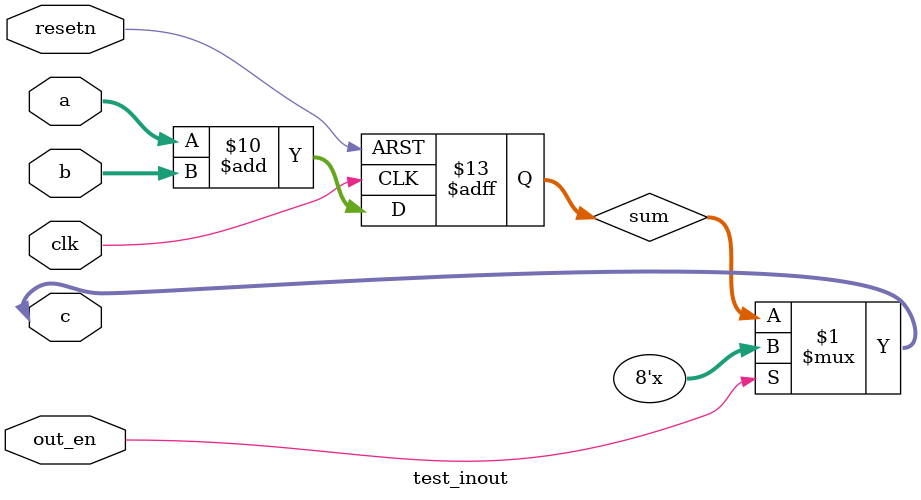
<source format=v>
module test_inout ( input clk ,resetn, inout [7:0] c, input  out_en , input [3:0] a, input [1:0] b);


reg [7:0] c_reg;
reg [7:0] sum;
reg [7:0] count;

assign c = out_en ? 8'hz : sum; 

always@(posedge clk or negedge resetn)
begin
    if (!resetn) 
       c_reg <= 'b0;
    else if (count == 50) 
       c_reg <= c;
end

always@(posedge clk or negedge resetn)
begin
    if (!resetn) begin count <= 'b0; sum   <= 'b0; end
    else         begin count <= count <= 100 ? count + 1 : 0 ; sum <= a + b; end
end





endmodule

</source>
